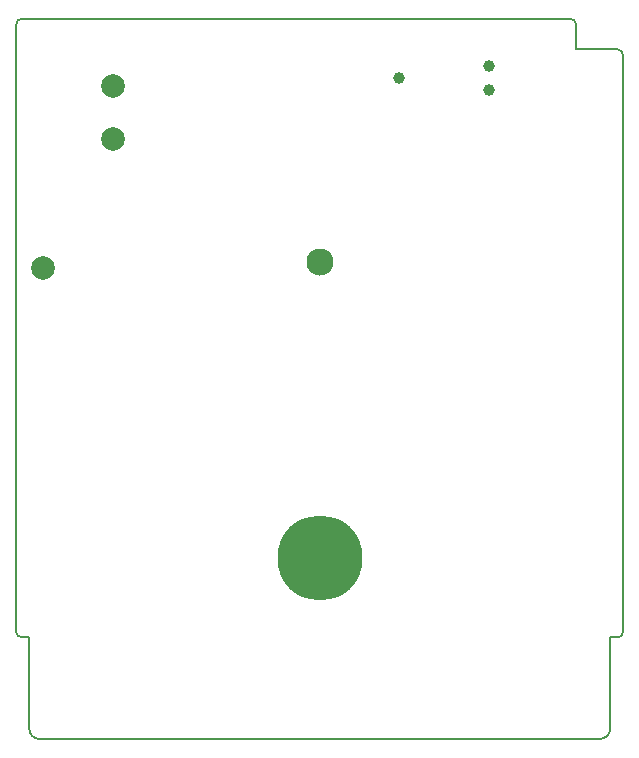
<source format=gbr>
G04 #@! TF.GenerationSoftware,KiCad,Pcbnew,5.1.6-c6e7f7d~86~ubuntu20.04.1*
G04 #@! TF.CreationDate,2020-05-17T15:57:30+03:00*
G04 #@! TF.ProjectId,GB-CART256K-A,47422d43-4152-4543-9235-364b2d412e6b,v1.2*
G04 #@! TF.SameCoordinates,Original*
G04 #@! TF.FileFunction,Soldermask,Bot*
G04 #@! TF.FilePolarity,Negative*
%FSLAX46Y46*%
G04 Gerber Fmt 4.6, Leading zero omitted, Abs format (unit mm)*
G04 Created by KiCad (PCBNEW 5.1.6-c6e7f7d~86~ubuntu20.04.1) date 2020-05-17 15:57:30*
%MOMM*%
%LPD*%
G01*
G04 APERTURE LIST*
G04 #@! TA.AperFunction,Profile*
%ADD10C,0.150000*%
G04 #@! TD*
%ADD11C,0.990600*%
%ADD12C,2.000000*%
%ADD13C,2.300000*%
%ADD14C,7.200000*%
G04 APERTURE END LIST*
D10*
X74800000Y-91400000D02*
G75*
G02*
X74300000Y-90900000I0J500000D01*
G01*
X74300000Y-39500000D02*
G75*
G02*
X74800000Y-39000000I500000J0D01*
G01*
X121200000Y-39000000D02*
G75*
G02*
X121700000Y-39500000I0J-500000D01*
G01*
X125200000Y-41600000D02*
G75*
G02*
X125700000Y-42100000I0J-500000D01*
G01*
X125700000Y-90900000D02*
G75*
G02*
X125200000Y-91400000I-500000J0D01*
G01*
X76300000Y-100000000D02*
G75*
G02*
X75400000Y-99100000I0J900000D01*
G01*
X124600000Y-99100000D02*
G75*
G02*
X123700000Y-100000000I-900000J0D01*
G01*
X121700000Y-39500000D02*
X121700000Y-41600000D01*
X74800000Y-39000000D02*
X121200000Y-39000000D01*
X125200000Y-41600000D02*
X121700000Y-41600000D01*
X74300000Y-90900000D02*
X74300000Y-39500000D01*
X75400000Y-91400000D02*
X74800000Y-91400000D01*
X75400000Y-99100000D02*
X75400000Y-91400000D01*
X125700000Y-90900000D02*
X125700000Y-42100000D01*
X124600000Y-91400000D02*
X125200000Y-91400000D01*
X124600000Y-99100000D02*
X124600000Y-91400000D01*
X76300000Y-100000000D02*
X123700000Y-100000000D01*
D11*
X106690000Y-44000000D03*
X114310000Y-45016000D03*
X114310000Y-42984000D03*
D12*
X82500000Y-44700000D03*
X76600000Y-60100000D03*
X82500000Y-49200000D03*
D13*
X100000000Y-59650000D03*
D14*
X100000000Y-84650000D03*
M02*

</source>
